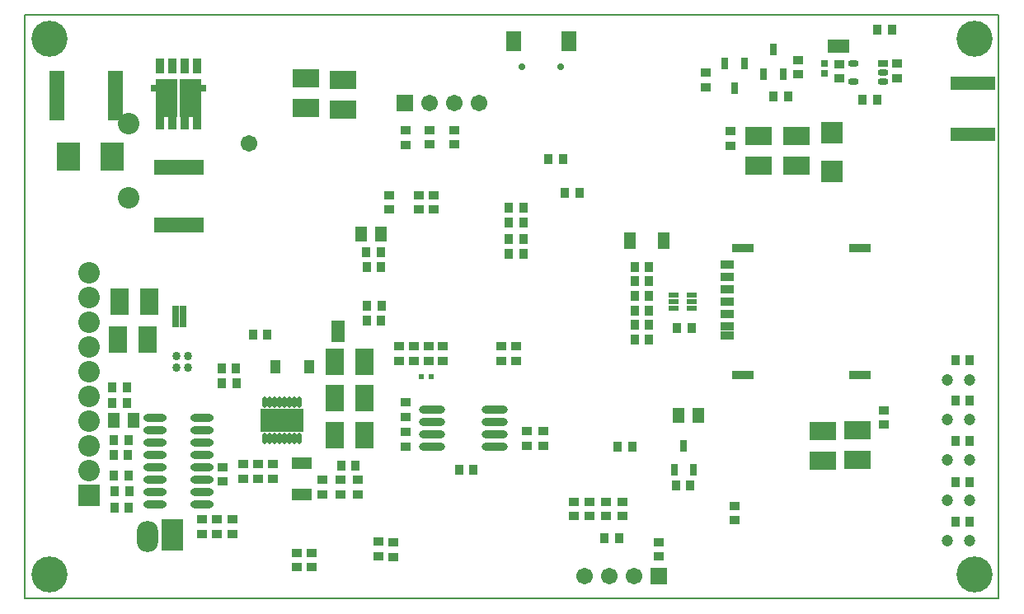
<source format=gbs>
%FSLAX25Y25*%
%MOIN*%
G70*
G01*
G75*
G04 Layer_Color=16711935*
%ADD10C,0.03000*%
%ADD11C,0.02000*%
%ADD12R,0.01575X0.01181*%
%ADD13R,0.03937X0.02362*%
%ADD14R,0.07480X0.11811*%
%ADD15O,0.06890X0.02362*%
%ADD16O,0.01378X0.06693*%
%ADD17R,0.02362X0.02362*%
%ADD18R,0.13386X0.13386*%
%ADD19O,0.00984X0.03740*%
%ADD20O,0.03740X0.00984*%
%ADD21R,0.03347X0.02756*%
%ADD22R,0.02756X0.03347*%
%ADD23R,0.02362X0.02362*%
%ADD24R,0.03937X0.07087*%
%ADD25O,0.03150X0.05906*%
%ADD26R,0.03150X0.02559*%
%ADD27R,0.01181X0.01575*%
%ADD28R,0.07087X0.03937*%
%ADD29O,0.05906X0.03150*%
%ADD30C,0.03937*%
%ADD31R,0.10000X0.07000*%
%ADD32R,0.04724X0.09843*%
%ADD33R,0.07874X0.07874*%
%ADD34R,0.03937X0.05906*%
%ADD35R,0.03937X0.05118*%
%ADD36R,0.08898X0.25590*%
%ADD37R,0.01063X0.06693*%
%ADD38R,0.06693X0.01063*%
%ADD39O,0.06693X0.01063*%
%ADD40R,0.07087X0.07874*%
%ADD41R,0.04803X0.02441*%
%ADD42R,0.08661X0.16929*%
%ADD43O,0.03740X0.01378*%
%ADD44R,0.04724X0.03150*%
%ADD45R,0.04800X0.05600*%
%ADD46R,0.02500X0.05906*%
%ADD47O,0.03937X0.01181*%
%ADD48R,0.03937X0.01181*%
%ADD49R,0.07874X0.07874*%
%ADD50R,0.01575X0.05906*%
%ADD51R,0.07874X0.03937*%
%ADD52R,0.01200X0.01800*%
G04:AMPARAMS|DCode=53|XSize=35.43mil|YSize=157.48mil|CornerRadius=1.77mil|HoleSize=0mil|Usage=FLASHONLY|Rotation=90.000|XOffset=0mil|YOffset=0mil|HoleType=Round|Shape=RoundedRectangle|*
%AMROUNDEDRECTD53*
21,1,0.03543,0.15394,0,0,90.0*
21,1,0.03189,0.15748,0,0,90.0*
1,1,0.00354,0.07697,0.01595*
1,1,0.00354,0.07697,-0.01595*
1,1,0.00354,-0.07697,-0.01595*
1,1,0.00354,-0.07697,0.01595*
%
%ADD53ROUNDEDRECTD53*%
%ADD54R,0.00984X0.01299*%
%ADD55R,0.02362X0.01969*%
%ADD56R,0.00984X0.01575*%
%ADD57O,0.02362X0.07087*%
%ADD58O,0.07087X0.02362*%
%ADD59O,0.06299X0.02362*%
%ADD60C,0.01000*%
%ADD61C,0.01500*%
%ADD62C,0.00800*%
%ADD63C,0.01200*%
%ADD64C,0.02500*%
%ADD65C,0.08000*%
%ADD66R,0.04800X0.04800*%
%ADD67R,0.04169X0.04500*%
%ADD68R,0.11300X0.08500*%
%ADD69R,0.04900X0.04500*%
%ADD70R,0.05658X0.04458*%
%ADD71R,0.27300X0.16100*%
%ADD72R,0.06600X0.19900*%
%ADD73R,0.05000X0.07173*%
%ADD74R,0.08700X0.05400*%
%ADD75R,0.08100X0.13300*%
%ADD76R,0.05700X0.21700*%
%ADD77R,0.10400X0.95500*%
%ADD78R,0.06200X0.14700*%
%ADD79R,0.04200X0.18700*%
%ADD80R,0.06700X0.09800*%
%ADD81R,0.06000X0.09600*%
%ADD82R,0.10500X0.06400*%
%ADD83R,0.18000X0.08400*%
%ADD84R,0.26500X0.16000*%
%ADD85R,0.34969X0.11400*%
%ADD86C,0.00500*%
%ADD87R,0.07874X0.07874*%
%ADD88C,0.07874*%
%ADD89R,0.05906X0.05906*%
%ADD90C,0.05906*%
%ADD91R,0.07874X0.11811*%
%ADD92O,0.07874X0.11811*%
%ADD93C,0.13780*%
%ADD94R,0.05315X0.07284*%
%ADD95C,0.01969*%
G04:AMPARAMS|DCode=96|XSize=51.18mil|YSize=173.23mil|CornerRadius=2.56mil|HoleSize=0mil|Usage=FLASHONLY|Rotation=90.000|XOffset=0mil|YOffset=0mil|HoleType=Round|Shape=RoundedRectangle|*
%AMROUNDEDRECTD96*
21,1,0.05118,0.16811,0,0,90.0*
21,1,0.04606,0.17323,0,0,90.0*
1,1,0.00512,0.08406,0.02303*
1,1,0.00512,0.08406,-0.02303*
1,1,0.00512,-0.08406,-0.02303*
1,1,0.00512,-0.08406,0.02303*
%
%ADD96ROUNDEDRECTD96*%
%ADD97C,0.02000*%
%ADD98C,0.03000*%
%ADD99C,0.04000*%
%ADD100C,0.03500*%
%ADD101C,0.02598*%
%ADD102C,0.04000*%
%ADD103R,0.02258X0.03258*%
%ADD104R,0.09400X0.04700*%
%ADD105R,0.15100X0.08700*%
%ADD106R,0.12100X0.12100*%
%ADD107R,0.09500X0.12000*%
%ADD108R,0.10200X0.09400*%
%ADD109R,0.42200X0.13900*%
%ADD110C,0.05000*%
%ADD111R,0.08300X0.14100*%
%ADD112R,0.08400X0.08100*%
%ADD113R,0.27100X0.16800*%
%ADD114R,0.19300X0.05600*%
%ADD115R,0.21900X0.04900*%
%ADD116R,0.06200X0.13300*%
%ADD117R,0.39000X0.13800*%
%ADD118R,0.08661X0.11024*%
%ADD119R,0.01969X0.07874*%
%ADD120R,0.19685X0.05118*%
%ADD121R,0.02362X0.03937*%
%ADD122R,0.03150X0.04724*%
%ADD123R,0.05118X0.19685*%
%ADD124R,0.07874X0.01969*%
%ADD125R,0.03347X0.01575*%
%ADD126O,0.03543X0.01969*%
%ADD127R,0.03543X0.01969*%
%ADD128O,0.03543X0.01969*%
%ADD129R,0.08268X0.02756*%
%ADD130R,0.04843X0.02559*%
%ADD131R,0.07000X0.10000*%
%ADD132R,0.16929X0.08661*%
%ADD133O,0.01378X0.03740*%
%ADD134O,0.08661X0.02362*%
%ADD135O,0.09843X0.02362*%
%ADD136R,0.07087X0.03937*%
%ADD137R,0.07874X0.14410*%
%ADD138R,0.06299X0.01969*%
%ADD139R,0.02500X0.05500*%
%ADD140C,0.09000*%
%ADD141R,0.05182X0.06835*%
%ADD142R,0.09300X0.11700*%
%ADD143R,0.22300X0.05500*%
%ADD144R,0.26931X0.16000*%
%ADD145R,0.15800X0.09700*%
%ADD146R,0.15200X0.28165*%
%ADD147R,0.08900X0.10200*%
%ADD148R,0.03474X0.08965*%
%ADD149R,0.07600X0.09400*%
%ADD150R,0.04900X0.17100*%
%ADD151R,0.08500X0.39500*%
%ADD152R,0.14700X0.03700*%
%ADD153R,0.48700X0.11300*%
%ADD154R,0.14000X0.54700*%
%ADD155R,0.29300X0.15600*%
%ADD156R,0.08800X0.07400*%
%ADD157R,0.11100X0.13400*%
%ADD158R,0.03600X0.11400*%
%ADD159R,0.05400X0.08800*%
%ADD160R,0.08600X0.09700*%
%ADD161C,0.00984*%
%ADD162C,0.02362*%
%ADD163C,0.00700*%
%ADD164C,0.00787*%
%ADD165C,0.00600*%
%ADD166C,0.00300*%
%ADD167R,0.05417X0.06634*%
%ADD168R,0.02375X0.01981*%
%ADD169R,0.04737X0.03162*%
%ADD170R,0.08280X0.12611*%
%ADD171O,0.07690X0.03162*%
%ADD172O,0.02178X0.07493*%
%ADD173R,0.03162X0.03162*%
%ADD174R,0.14186X0.14186*%
%ADD175O,0.01784X0.04540*%
%ADD176O,0.04540X0.01784*%
%ADD177R,0.04147X0.03556*%
%ADD178R,0.03556X0.04147*%
%ADD179R,0.03162X0.03162*%
%ADD180R,0.04737X0.07887*%
%ADD181O,0.03950X0.06706*%
%ADD182R,0.03950X0.03359*%
%ADD183R,0.01981X0.02375*%
%ADD184R,0.07887X0.04737*%
%ADD185O,0.06706X0.03950*%
%ADD186C,0.04737*%
%ADD187R,0.10800X0.07800*%
%ADD188R,0.05524X0.10642*%
%ADD189R,0.08674X0.08674*%
%ADD190R,0.04737X0.06706*%
%ADD191R,0.04737X0.05918*%
%ADD192R,0.09698X0.26391*%
%ADD193R,0.01863X0.07493*%
%ADD194R,0.07493X0.01863*%
%ADD195O,0.07493X0.01863*%
%ADD196R,0.07887X0.08674*%
%ADD197R,0.05603X0.03241*%
%ADD198R,0.09461X0.17729*%
%ADD199O,0.04540X0.02178*%
%ADD200R,0.05524X0.03950*%
%ADD201R,0.05600X0.06400*%
%ADD202R,0.03300X0.06706*%
%ADD203O,0.04737X0.01981*%
%ADD204R,0.04737X0.01981*%
%ADD205R,0.08674X0.08674*%
%ADD206R,0.02375X0.06706*%
%ADD207R,0.08674X0.04737*%
%ADD208R,0.02000X0.02600*%
G04:AMPARAMS|DCode=209|XSize=39.37mil|YSize=161.42mil|CornerRadius=1.97mil|HoleSize=0mil|Usage=FLASHONLY|Rotation=90.000|XOffset=0mil|YOffset=0mil|HoleType=Round|Shape=RoundedRectangle|*
%AMROUNDEDRECTD209*
21,1,0.03937,0.15748,0,0,90.0*
21,1,0.03543,0.16142,0,0,90.0*
1,1,0.00394,0.07874,0.01772*
1,1,0.00394,0.07874,-0.01772*
1,1,0.00394,-0.07874,-0.01772*
1,1,0.00394,-0.07874,0.01772*
%
%ADD209ROUNDEDRECTD209*%
%ADD210R,0.01784X0.02099*%
%ADD211R,0.03162X0.02769*%
%ADD212R,0.01784X0.02375*%
%ADD213O,0.03162X0.07887*%
%ADD214O,0.07887X0.03162*%
%ADD215O,0.07099X0.03162*%
%ADD216R,0.08674X0.08674*%
%ADD217C,0.08674*%
%ADD218R,0.06706X0.06706*%
%ADD219C,0.06706*%
%ADD220R,0.08674X0.12611*%
%ADD221O,0.08674X0.12611*%
%ADD222C,0.14579*%
%ADD223R,0.06115X0.08083*%
%ADD224C,0.02769*%
G04:AMPARAMS|DCode=225|XSize=55.12mil|YSize=177.16mil|CornerRadius=2.76mil|HoleSize=0mil|Usage=FLASHONLY|Rotation=90.000|XOffset=0mil|YOffset=0mil|HoleType=Round|Shape=RoundedRectangle|*
%AMROUNDEDRECTD225*
21,1,0.05512,0.17165,0,0,90.0*
21,1,0.04961,0.17716,0,0,90.0*
1,1,0.00551,0.08583,0.02480*
1,1,0.00551,0.08583,-0.02480*
1,1,0.00551,-0.08583,-0.02480*
1,1,0.00551,-0.08583,0.02480*
%
%ADD225ROUNDEDRECTD225*%
%ADD226R,0.09461X0.11824*%
%ADD227R,0.02769X0.08674*%
%ADD228R,0.20485X0.05918*%
%ADD229R,0.03162X0.04737*%
%ADD230R,0.03950X0.05524*%
%ADD231R,0.05918X0.20485*%
%ADD232R,0.08674X0.02769*%
%ADD233R,0.04147X0.02375*%
%ADD234O,0.04343X0.02769*%
%ADD235R,0.04343X0.02769*%
%ADD236O,0.04343X0.02769*%
%ADD237R,0.09068X0.03556*%
%ADD238R,0.05643X0.03359*%
%ADD239R,0.07800X0.10800*%
%ADD240R,0.17729X0.09461*%
%ADD241O,0.02178X0.04540*%
%ADD242O,0.09461X0.03162*%
%ADD243O,0.10642X0.03162*%
%ADD244R,0.07887X0.04737*%
%ADD245R,0.08674X0.15210*%
%ADD246R,0.07099X0.02769*%
%ADD247R,0.03300X0.06300*%
%ADD248C,0.03398*%
D86*
X386632Y-23921D02*
Y212300D01*
X-7068Y-23921D02*
X386632D01*
X-7068D02*
Y212300D01*
X386632D01*
D173*
X316000Y192437D02*
D03*
Y188500D02*
D03*
D177*
X166532Y165706D02*
D03*
Y159800D02*
D03*
X156532Y165706D02*
D03*
Y159800D02*
D03*
X340231Y46494D02*
D03*
Y52400D02*
D03*
X249232Y-6905D02*
D03*
Y-1000D02*
D03*
X279700Y7800D02*
D03*
Y13705D02*
D03*
X234331Y15405D02*
D03*
Y9500D02*
D03*
X221265Y15405D02*
D03*
Y9500D02*
D03*
X214732Y15405D02*
D03*
Y9500D02*
D03*
X227798Y15405D02*
D03*
Y9500D02*
D03*
X146700Y165506D02*
D03*
Y159600D02*
D03*
X185531Y78200D02*
D03*
Y72294D02*
D03*
X191631Y78200D02*
D03*
Y72294D02*
D03*
X70550Y8100D02*
D03*
Y2194D02*
D03*
X76700Y2194D02*
D03*
Y8100D02*
D03*
X102865Y-11245D02*
D03*
Y-5339D02*
D03*
X345632Y192506D02*
D03*
Y186600D02*
D03*
X322031Y192405D02*
D03*
Y186500D02*
D03*
X305600Y188094D02*
D03*
Y194000D02*
D03*
X268200Y182895D02*
D03*
Y188800D02*
D03*
X278200Y159195D02*
D03*
Y165100D02*
D03*
X158132Y133494D02*
D03*
Y139400D02*
D03*
X152131Y133494D02*
D03*
Y139400D02*
D03*
X140131Y133494D02*
D03*
Y139400D02*
D03*
X161932Y72294D02*
D03*
Y78200D02*
D03*
X156032Y78200D02*
D03*
Y72294D02*
D03*
X150131Y72294D02*
D03*
Y78200D02*
D03*
X144231Y72294D02*
D03*
Y78200D02*
D03*
X146800Y49526D02*
D03*
Y55431D02*
D03*
X146700Y43437D02*
D03*
Y37532D02*
D03*
X127431Y24105D02*
D03*
Y18200D02*
D03*
X120332Y18200D02*
D03*
Y24105D02*
D03*
X113232Y18200D02*
D03*
Y24105D02*
D03*
X141800Y-7006D02*
D03*
Y-1100D02*
D03*
X135900Y-6805D02*
D03*
Y-900D02*
D03*
X108957Y-11222D02*
D03*
Y-5316D02*
D03*
X93032Y30500D02*
D03*
Y24595D02*
D03*
X87057Y24595D02*
D03*
Y30500D02*
D03*
X81082Y24595D02*
D03*
Y30500D02*
D03*
X72700Y29406D02*
D03*
Y23500D02*
D03*
X64400Y2194D02*
D03*
Y8100D02*
D03*
X202500Y38026D02*
D03*
Y43931D02*
D03*
X195700Y43931D02*
D03*
Y38026D02*
D03*
D178*
X374905Y56200D02*
D03*
X369000D02*
D03*
X374905Y40000D02*
D03*
X369000D02*
D03*
X374905Y23400D02*
D03*
X369000D02*
D03*
X374905Y7300D02*
D03*
X369000D02*
D03*
X232537Y37700D02*
D03*
X238442D02*
D03*
X233139Y479D02*
D03*
X227234D02*
D03*
X255995Y21900D02*
D03*
X261900D02*
D03*
X374905Y72600D02*
D03*
X369000D02*
D03*
X188531Y115700D02*
D03*
X194437D02*
D03*
X188531Y121600D02*
D03*
X194437D02*
D03*
X331426Y178000D02*
D03*
X337332D02*
D03*
X337526Y206200D02*
D03*
X343431D02*
D03*
X262405Y85600D02*
D03*
X256500D02*
D03*
X245232Y110300D02*
D03*
X239326D02*
D03*
X239326Y104440D02*
D03*
X245232D02*
D03*
X245232Y98580D02*
D03*
X239326D02*
D03*
X239326Y92720D02*
D03*
X245232D02*
D03*
X239326Y86860D02*
D03*
X245232D02*
D03*
X245232Y81000D02*
D03*
X239326D02*
D03*
X211094Y140237D02*
D03*
X217000D02*
D03*
X204569Y153763D02*
D03*
X210474D02*
D03*
X194437Y134200D02*
D03*
X188531D02*
D03*
X194437Y128100D02*
D03*
X188531D02*
D03*
X136737Y116300D02*
D03*
X130832D02*
D03*
X131026Y110300D02*
D03*
X136932D02*
D03*
X137037Y94600D02*
D03*
X131131D02*
D03*
X136937Y88700D02*
D03*
X131032D02*
D03*
X90905Y82800D02*
D03*
X85000D02*
D03*
X72326Y69100D02*
D03*
X78232D02*
D03*
X72426Y63100D02*
D03*
X78332D02*
D03*
X174305Y28300D02*
D03*
X168400D02*
D03*
X120726Y29800D02*
D03*
X126631D02*
D03*
X34905Y12800D02*
D03*
X29000D02*
D03*
X29294Y19600D02*
D03*
X35200D02*
D03*
X34806Y26000D02*
D03*
X28900D02*
D03*
X34606Y34400D02*
D03*
X28700D02*
D03*
X28795Y40400D02*
D03*
X34700D02*
D03*
X28200Y55100D02*
D03*
X34106D02*
D03*
X34005Y61500D02*
D03*
X28100D02*
D03*
X295568Y179100D02*
D03*
X301474D02*
D03*
D183*
X153063Y66000D02*
D03*
X157000D02*
D03*
D186*
X365929Y48626D02*
D03*
X374905D02*
D03*
X374932Y15950D02*
D03*
X365955D02*
D03*
Y32200D02*
D03*
X374932D02*
D03*
Y64700D02*
D03*
X365955D02*
D03*
Y-300D02*
D03*
X374932D02*
D03*
D187*
X329432Y44300D02*
D03*
Y32300D02*
D03*
X315531Y43800D02*
D03*
Y31800D02*
D03*
X106600Y186500D02*
D03*
Y174500D02*
D03*
X121400Y186000D02*
D03*
Y174000D02*
D03*
X304832Y151200D02*
D03*
Y163200D02*
D03*
X289531Y151200D02*
D03*
Y163200D02*
D03*
D190*
X251300Y120800D02*
D03*
X237521D02*
D03*
D191*
X265100Y50100D02*
D03*
X257226D02*
D03*
X128858Y123700D02*
D03*
X136732D02*
D03*
X28926Y48100D02*
D03*
X36800D02*
D03*
D205*
X319131Y148984D02*
D03*
Y164732D02*
D03*
D216*
X18900Y18000D02*
D03*
D217*
Y28000D02*
D03*
Y38000D02*
D03*
Y48000D02*
D03*
Y58000D02*
D03*
Y68000D02*
D03*
Y78000D02*
D03*
Y88000D02*
D03*
Y98000D02*
D03*
Y108000D02*
D03*
X34931Y168300D02*
D03*
Y138300D02*
D03*
D218*
X249131Y-14700D02*
D03*
X146531Y176700D02*
D03*
D219*
X239131Y-14700D02*
D03*
X229132D02*
D03*
X219131D02*
D03*
X176532Y176700D02*
D03*
X166532D02*
D03*
X156532D02*
D03*
X83500Y160400D02*
D03*
D220*
X52400Y1800D02*
D03*
D221*
X42400Y1406D02*
D03*
D222*
X2774Y-14078D02*
D03*
X376790D02*
D03*
Y202457D02*
D03*
X2774D02*
D03*
D223*
X190527Y201733D02*
D03*
X212772D02*
D03*
D224*
X209524Y191300D02*
D03*
X193776D02*
D03*
D225*
X376144Y164064D02*
D03*
Y184536D02*
D03*
D226*
X10600Y155000D02*
D03*
X28317D02*
D03*
D227*
X56753Y90400D02*
D03*
X53800D02*
D03*
X120953Y84300D02*
D03*
X118000D02*
D03*
D228*
X55100Y127113D02*
D03*
Y150735D02*
D03*
D229*
X255358Y28205D02*
D03*
X259295Y38048D02*
D03*
X263231Y28205D02*
D03*
X275800Y192500D02*
D03*
X279737Y182658D02*
D03*
X283674Y192500D02*
D03*
X299400Y188400D02*
D03*
X295463Y198242D02*
D03*
X291526Y188400D02*
D03*
D230*
X107700Y70000D02*
D03*
X94314D02*
D03*
D231*
X29600Y179700D02*
D03*
X5978D02*
D03*
D232*
X321831Y201053D02*
D03*
Y198100D02*
D03*
D233*
X255290Y98759D02*
D03*
X262573Y96200D02*
D03*
Y98759D02*
D03*
X255290Y96200D02*
D03*
Y93641D02*
D03*
X262573D02*
D03*
D234*
X327931Y185120D02*
D03*
X339742Y188860D02*
D03*
Y185120D02*
D03*
D235*
Y192600D02*
D03*
D236*
X327931D02*
D03*
D237*
X330402Y66673D02*
D03*
X283158D02*
D03*
X330402Y117815D02*
D03*
X283158D02*
D03*
D238*
X276800Y91240D02*
D03*
Y96240D02*
D03*
Y101240D02*
D03*
Y106240D02*
D03*
Y111240D02*
D03*
Y86240D02*
D03*
Y82500D02*
D03*
D239*
X130131Y42400D02*
D03*
X118131D02*
D03*
X130231Y57300D02*
D03*
X118231D02*
D03*
X130231Y71800D02*
D03*
X118231D02*
D03*
X30500Y80800D02*
D03*
X42500D02*
D03*
X43100Y96100D02*
D03*
X31100D02*
D03*
D240*
X96832Y48200D02*
D03*
D241*
X103721Y55582D02*
D03*
X101753D02*
D03*
X99784D02*
D03*
X97816D02*
D03*
X95847D02*
D03*
X93879D02*
D03*
X91910D02*
D03*
X89942D02*
D03*
Y40818D02*
D03*
X91910D02*
D03*
X93879D02*
D03*
X95847D02*
D03*
X97816D02*
D03*
X99784D02*
D03*
X101753D02*
D03*
X103721D02*
D03*
D242*
X64549Y49400D02*
D03*
Y44400D02*
D03*
Y39400D02*
D03*
Y34400D02*
D03*
Y29400D02*
D03*
Y24400D02*
D03*
Y19400D02*
D03*
Y14400D02*
D03*
X45651Y49400D02*
D03*
Y44400D02*
D03*
Y39400D02*
D03*
Y34400D02*
D03*
Y29400D02*
D03*
Y24400D02*
D03*
Y19400D02*
D03*
Y14400D02*
D03*
D243*
X157511Y37732D02*
D03*
Y42731D02*
D03*
Y47732D02*
D03*
Y52732D02*
D03*
X182989Y37631D02*
D03*
Y42632D02*
D03*
Y47631D02*
D03*
Y52631D02*
D03*
D244*
X104931Y30900D02*
D03*
Y18105D02*
D03*
D245*
X59921Y178413D02*
D03*
X50079D02*
D03*
D246*
X62874Y182448D02*
D03*
X47126D02*
D03*
D247*
X52500Y191700D02*
D03*
Y169062D02*
D03*
X62500Y191700D02*
D03*
X57500D02*
D03*
X62500Y169062D02*
D03*
X47500Y191700D02*
D03*
Y169062D02*
D03*
X57500D02*
D03*
D248*
X58894Y69538D02*
D03*
X54169D02*
D03*
X58894Y74262D02*
D03*
X54169D02*
D03*
X94469Y50562D02*
D03*
Y45838D02*
D03*
X99194Y50562D02*
D03*
Y45838D02*
D03*
M02*

</source>
